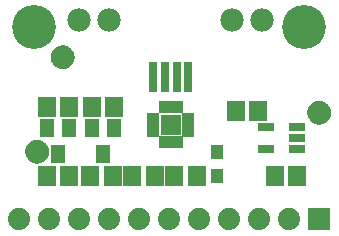
<source format=gbr>
G04 EAGLE Gerber RS-274X export*
G75*
%MOMM*%
%FSLAX34Y34*%
%LPD*%
%INSoldermask Top*%
%IPPOS*%
%AMOC8*
5,1,8,0,0,1.08239X$1,22.5*%
G01*
%ADD10R,1.703200X1.703200*%
%ADD11R,1.003200X0.483200*%
%ADD12R,0.483200X1.003200*%
%ADD13R,1.503200X1.703200*%
%ADD14C,3.719200*%
%ADD15C,1.203200*%
%ADD16C,0.500000*%
%ADD17R,1.203200X1.603200*%
%ADD18R,1.003200X1.203200*%
%ADD19R,1.403200X0.753200*%
%ADD20R,1.879600X1.879600*%
%ADD21C,1.879600*%
%ADD22C,1.981200*%
%ADD23R,0.803200X2.503200*%


D10*
X140970Y101600D03*
D11*
X125970Y109100D03*
X125970Y104100D03*
X125970Y99100D03*
X125970Y94100D03*
D12*
X133470Y86600D03*
X138470Y86600D03*
X143470Y86600D03*
X148470Y86600D03*
D11*
X155970Y94100D03*
X155970Y99100D03*
X155970Y104100D03*
X155970Y109100D03*
D12*
X148470Y116600D03*
X143470Y116600D03*
X138470Y116600D03*
X133470Y116600D03*
D13*
X215240Y113030D03*
X196240Y113030D03*
D14*
X25400Y184150D03*
X254000Y184150D03*
D15*
X49530Y158750D03*
D16*
X49530Y166250D02*
X49349Y166248D01*
X49168Y166241D01*
X48987Y166230D01*
X48806Y166215D01*
X48626Y166195D01*
X48446Y166171D01*
X48267Y166143D01*
X48089Y166110D01*
X47912Y166073D01*
X47735Y166032D01*
X47560Y165987D01*
X47385Y165937D01*
X47212Y165883D01*
X47041Y165825D01*
X46870Y165763D01*
X46702Y165696D01*
X46535Y165626D01*
X46369Y165552D01*
X46206Y165473D01*
X46045Y165391D01*
X45885Y165305D01*
X45728Y165215D01*
X45573Y165121D01*
X45420Y165024D01*
X45270Y164922D01*
X45122Y164818D01*
X44976Y164709D01*
X44834Y164598D01*
X44694Y164482D01*
X44557Y164364D01*
X44422Y164242D01*
X44291Y164117D01*
X44163Y163989D01*
X44038Y163858D01*
X43916Y163723D01*
X43798Y163586D01*
X43682Y163446D01*
X43571Y163304D01*
X43462Y163158D01*
X43358Y163010D01*
X43256Y162860D01*
X43159Y162707D01*
X43065Y162552D01*
X42975Y162395D01*
X42889Y162235D01*
X42807Y162074D01*
X42728Y161911D01*
X42654Y161745D01*
X42584Y161578D01*
X42517Y161410D01*
X42455Y161239D01*
X42397Y161068D01*
X42343Y160895D01*
X42293Y160720D01*
X42248Y160545D01*
X42207Y160368D01*
X42170Y160191D01*
X42137Y160013D01*
X42109Y159834D01*
X42085Y159654D01*
X42065Y159474D01*
X42050Y159293D01*
X42039Y159112D01*
X42032Y158931D01*
X42030Y158750D01*
X49530Y166250D02*
X49711Y166248D01*
X49892Y166241D01*
X50073Y166230D01*
X50254Y166215D01*
X50434Y166195D01*
X50614Y166171D01*
X50793Y166143D01*
X50971Y166110D01*
X51148Y166073D01*
X51325Y166032D01*
X51500Y165987D01*
X51675Y165937D01*
X51848Y165883D01*
X52019Y165825D01*
X52190Y165763D01*
X52358Y165696D01*
X52525Y165626D01*
X52691Y165552D01*
X52854Y165473D01*
X53015Y165391D01*
X53175Y165305D01*
X53332Y165215D01*
X53487Y165121D01*
X53640Y165024D01*
X53790Y164922D01*
X53938Y164818D01*
X54084Y164709D01*
X54226Y164598D01*
X54366Y164482D01*
X54503Y164364D01*
X54638Y164242D01*
X54769Y164117D01*
X54897Y163989D01*
X55022Y163858D01*
X55144Y163723D01*
X55262Y163586D01*
X55378Y163446D01*
X55489Y163304D01*
X55598Y163158D01*
X55702Y163010D01*
X55804Y162860D01*
X55901Y162707D01*
X55995Y162552D01*
X56085Y162395D01*
X56171Y162235D01*
X56253Y162074D01*
X56332Y161911D01*
X56406Y161745D01*
X56476Y161578D01*
X56543Y161410D01*
X56605Y161239D01*
X56663Y161068D01*
X56717Y160895D01*
X56767Y160720D01*
X56812Y160545D01*
X56853Y160368D01*
X56890Y160191D01*
X56923Y160013D01*
X56951Y159834D01*
X56975Y159654D01*
X56995Y159474D01*
X57010Y159293D01*
X57021Y159112D01*
X57028Y158931D01*
X57030Y158750D01*
X57028Y158569D01*
X57021Y158388D01*
X57010Y158207D01*
X56995Y158026D01*
X56975Y157846D01*
X56951Y157666D01*
X56923Y157487D01*
X56890Y157309D01*
X56853Y157132D01*
X56812Y156955D01*
X56767Y156780D01*
X56717Y156605D01*
X56663Y156432D01*
X56605Y156261D01*
X56543Y156090D01*
X56476Y155922D01*
X56406Y155755D01*
X56332Y155589D01*
X56253Y155426D01*
X56171Y155265D01*
X56085Y155105D01*
X55995Y154948D01*
X55901Y154793D01*
X55804Y154640D01*
X55702Y154490D01*
X55598Y154342D01*
X55489Y154196D01*
X55378Y154054D01*
X55262Y153914D01*
X55144Y153777D01*
X55022Y153642D01*
X54897Y153511D01*
X54769Y153383D01*
X54638Y153258D01*
X54503Y153136D01*
X54366Y153018D01*
X54226Y152902D01*
X54084Y152791D01*
X53938Y152682D01*
X53790Y152578D01*
X53640Y152476D01*
X53487Y152379D01*
X53332Y152285D01*
X53175Y152195D01*
X53015Y152109D01*
X52854Y152027D01*
X52691Y151948D01*
X52525Y151874D01*
X52358Y151804D01*
X52190Y151737D01*
X52019Y151675D01*
X51848Y151617D01*
X51675Y151563D01*
X51500Y151513D01*
X51325Y151468D01*
X51148Y151427D01*
X50971Y151390D01*
X50793Y151357D01*
X50614Y151329D01*
X50434Y151305D01*
X50254Y151285D01*
X50073Y151270D01*
X49892Y151259D01*
X49711Y151252D01*
X49530Y151250D01*
X49349Y151252D01*
X49168Y151259D01*
X48987Y151270D01*
X48806Y151285D01*
X48626Y151305D01*
X48446Y151329D01*
X48267Y151357D01*
X48089Y151390D01*
X47912Y151427D01*
X47735Y151468D01*
X47560Y151513D01*
X47385Y151563D01*
X47212Y151617D01*
X47041Y151675D01*
X46870Y151737D01*
X46702Y151804D01*
X46535Y151874D01*
X46369Y151948D01*
X46206Y152027D01*
X46045Y152109D01*
X45885Y152195D01*
X45728Y152285D01*
X45573Y152379D01*
X45420Y152476D01*
X45270Y152578D01*
X45122Y152682D01*
X44976Y152791D01*
X44834Y152902D01*
X44694Y153018D01*
X44557Y153136D01*
X44422Y153258D01*
X44291Y153383D01*
X44163Y153511D01*
X44038Y153642D01*
X43916Y153777D01*
X43798Y153914D01*
X43682Y154054D01*
X43571Y154196D01*
X43462Y154342D01*
X43358Y154490D01*
X43256Y154640D01*
X43159Y154793D01*
X43065Y154948D01*
X42975Y155105D01*
X42889Y155265D01*
X42807Y155426D01*
X42728Y155589D01*
X42654Y155755D01*
X42584Y155922D01*
X42517Y156090D01*
X42455Y156261D01*
X42397Y156432D01*
X42343Y156605D01*
X42293Y156780D01*
X42248Y156955D01*
X42207Y157132D01*
X42170Y157309D01*
X42137Y157487D01*
X42109Y157666D01*
X42085Y157846D01*
X42065Y158026D01*
X42050Y158207D01*
X42039Y158388D01*
X42032Y158569D01*
X42030Y158750D01*
D15*
X266700Y111760D03*
D16*
X266700Y119260D02*
X266519Y119258D01*
X266338Y119251D01*
X266157Y119240D01*
X265976Y119225D01*
X265796Y119205D01*
X265616Y119181D01*
X265437Y119153D01*
X265259Y119120D01*
X265082Y119083D01*
X264905Y119042D01*
X264730Y118997D01*
X264555Y118947D01*
X264382Y118893D01*
X264211Y118835D01*
X264040Y118773D01*
X263872Y118706D01*
X263705Y118636D01*
X263539Y118562D01*
X263376Y118483D01*
X263215Y118401D01*
X263055Y118315D01*
X262898Y118225D01*
X262743Y118131D01*
X262590Y118034D01*
X262440Y117932D01*
X262292Y117828D01*
X262146Y117719D01*
X262004Y117608D01*
X261864Y117492D01*
X261727Y117374D01*
X261592Y117252D01*
X261461Y117127D01*
X261333Y116999D01*
X261208Y116868D01*
X261086Y116733D01*
X260968Y116596D01*
X260852Y116456D01*
X260741Y116314D01*
X260632Y116168D01*
X260528Y116020D01*
X260426Y115870D01*
X260329Y115717D01*
X260235Y115562D01*
X260145Y115405D01*
X260059Y115245D01*
X259977Y115084D01*
X259898Y114921D01*
X259824Y114755D01*
X259754Y114588D01*
X259687Y114420D01*
X259625Y114249D01*
X259567Y114078D01*
X259513Y113905D01*
X259463Y113730D01*
X259418Y113555D01*
X259377Y113378D01*
X259340Y113201D01*
X259307Y113023D01*
X259279Y112844D01*
X259255Y112664D01*
X259235Y112484D01*
X259220Y112303D01*
X259209Y112122D01*
X259202Y111941D01*
X259200Y111760D01*
X266700Y119260D02*
X266881Y119258D01*
X267062Y119251D01*
X267243Y119240D01*
X267424Y119225D01*
X267604Y119205D01*
X267784Y119181D01*
X267963Y119153D01*
X268141Y119120D01*
X268318Y119083D01*
X268495Y119042D01*
X268670Y118997D01*
X268845Y118947D01*
X269018Y118893D01*
X269189Y118835D01*
X269360Y118773D01*
X269528Y118706D01*
X269695Y118636D01*
X269861Y118562D01*
X270024Y118483D01*
X270185Y118401D01*
X270345Y118315D01*
X270502Y118225D01*
X270657Y118131D01*
X270810Y118034D01*
X270960Y117932D01*
X271108Y117828D01*
X271254Y117719D01*
X271396Y117608D01*
X271536Y117492D01*
X271673Y117374D01*
X271808Y117252D01*
X271939Y117127D01*
X272067Y116999D01*
X272192Y116868D01*
X272314Y116733D01*
X272432Y116596D01*
X272548Y116456D01*
X272659Y116314D01*
X272768Y116168D01*
X272872Y116020D01*
X272974Y115870D01*
X273071Y115717D01*
X273165Y115562D01*
X273255Y115405D01*
X273341Y115245D01*
X273423Y115084D01*
X273502Y114921D01*
X273576Y114755D01*
X273646Y114588D01*
X273713Y114420D01*
X273775Y114249D01*
X273833Y114078D01*
X273887Y113905D01*
X273937Y113730D01*
X273982Y113555D01*
X274023Y113378D01*
X274060Y113201D01*
X274093Y113023D01*
X274121Y112844D01*
X274145Y112664D01*
X274165Y112484D01*
X274180Y112303D01*
X274191Y112122D01*
X274198Y111941D01*
X274200Y111760D01*
X274198Y111579D01*
X274191Y111398D01*
X274180Y111217D01*
X274165Y111036D01*
X274145Y110856D01*
X274121Y110676D01*
X274093Y110497D01*
X274060Y110319D01*
X274023Y110142D01*
X273982Y109965D01*
X273937Y109790D01*
X273887Y109615D01*
X273833Y109442D01*
X273775Y109271D01*
X273713Y109100D01*
X273646Y108932D01*
X273576Y108765D01*
X273502Y108599D01*
X273423Y108436D01*
X273341Y108275D01*
X273255Y108115D01*
X273165Y107958D01*
X273071Y107803D01*
X272974Y107650D01*
X272872Y107500D01*
X272768Y107352D01*
X272659Y107206D01*
X272548Y107064D01*
X272432Y106924D01*
X272314Y106787D01*
X272192Y106652D01*
X272067Y106521D01*
X271939Y106393D01*
X271808Y106268D01*
X271673Y106146D01*
X271536Y106028D01*
X271396Y105912D01*
X271254Y105801D01*
X271108Y105692D01*
X270960Y105588D01*
X270810Y105486D01*
X270657Y105389D01*
X270502Y105295D01*
X270345Y105205D01*
X270185Y105119D01*
X270024Y105037D01*
X269861Y104958D01*
X269695Y104884D01*
X269528Y104814D01*
X269360Y104747D01*
X269189Y104685D01*
X269018Y104627D01*
X268845Y104573D01*
X268670Y104523D01*
X268495Y104478D01*
X268318Y104437D01*
X268141Y104400D01*
X267963Y104367D01*
X267784Y104339D01*
X267604Y104315D01*
X267424Y104295D01*
X267243Y104280D01*
X267062Y104269D01*
X266881Y104262D01*
X266700Y104260D01*
X266519Y104262D01*
X266338Y104269D01*
X266157Y104280D01*
X265976Y104295D01*
X265796Y104315D01*
X265616Y104339D01*
X265437Y104367D01*
X265259Y104400D01*
X265082Y104437D01*
X264905Y104478D01*
X264730Y104523D01*
X264555Y104573D01*
X264382Y104627D01*
X264211Y104685D01*
X264040Y104747D01*
X263872Y104814D01*
X263705Y104884D01*
X263539Y104958D01*
X263376Y105037D01*
X263215Y105119D01*
X263055Y105205D01*
X262898Y105295D01*
X262743Y105389D01*
X262590Y105486D01*
X262440Y105588D01*
X262292Y105692D01*
X262146Y105801D01*
X262004Y105912D01*
X261864Y106028D01*
X261727Y106146D01*
X261592Y106268D01*
X261461Y106393D01*
X261333Y106521D01*
X261208Y106652D01*
X261086Y106787D01*
X260968Y106924D01*
X260852Y107064D01*
X260741Y107206D01*
X260632Y107352D01*
X260528Y107500D01*
X260426Y107650D01*
X260329Y107803D01*
X260235Y107958D01*
X260145Y108115D01*
X260059Y108275D01*
X259977Y108436D01*
X259898Y108599D01*
X259824Y108765D01*
X259754Y108932D01*
X259687Y109100D01*
X259625Y109271D01*
X259567Y109442D01*
X259513Y109615D01*
X259463Y109790D01*
X259418Y109965D01*
X259377Y110142D01*
X259340Y110319D01*
X259307Y110497D01*
X259279Y110676D01*
X259255Y110856D01*
X259235Y111036D01*
X259220Y111217D01*
X259209Y111398D01*
X259202Y111579D01*
X259200Y111760D01*
D17*
X45720Y76630D03*
X36220Y98630D03*
X55220Y98630D03*
X83820Y76630D03*
X74320Y98630D03*
X93320Y98630D03*
D13*
X73050Y58420D03*
X92050Y58420D03*
X55220Y58420D03*
X36220Y58420D03*
X55220Y116840D03*
X36220Y116840D03*
X74320Y116840D03*
X93320Y116840D03*
D18*
X180340Y58580D03*
X180340Y78580D03*
D13*
X248260Y58420D03*
X229260Y58420D03*
D19*
X247951Y80670D03*
X247951Y90170D03*
X247951Y99670D03*
X221949Y99670D03*
X221949Y80670D03*
D13*
X163170Y58420D03*
X144170Y58420D03*
X127610Y58420D03*
X108610Y58420D03*
D20*
X266700Y21590D03*
D21*
X241300Y21590D03*
X215900Y21590D03*
X190500Y21590D03*
X165100Y21590D03*
X139700Y21590D03*
X114300Y21590D03*
X88900Y21590D03*
X63500Y21590D03*
X38100Y21590D03*
X12700Y21590D03*
D22*
X218440Y190500D03*
X193040Y190500D03*
X63500Y190500D03*
X88900Y190500D03*
D23*
X155970Y141940D03*
X145970Y141940D03*
X135970Y141940D03*
X125970Y141940D03*
D15*
X27940Y78740D03*
D16*
X27940Y86240D02*
X27759Y86238D01*
X27578Y86231D01*
X27397Y86220D01*
X27216Y86205D01*
X27036Y86185D01*
X26856Y86161D01*
X26677Y86133D01*
X26499Y86100D01*
X26322Y86063D01*
X26145Y86022D01*
X25970Y85977D01*
X25795Y85927D01*
X25622Y85873D01*
X25451Y85815D01*
X25280Y85753D01*
X25112Y85686D01*
X24945Y85616D01*
X24779Y85542D01*
X24616Y85463D01*
X24455Y85381D01*
X24295Y85295D01*
X24138Y85205D01*
X23983Y85111D01*
X23830Y85014D01*
X23680Y84912D01*
X23532Y84808D01*
X23386Y84699D01*
X23244Y84588D01*
X23104Y84472D01*
X22967Y84354D01*
X22832Y84232D01*
X22701Y84107D01*
X22573Y83979D01*
X22448Y83848D01*
X22326Y83713D01*
X22208Y83576D01*
X22092Y83436D01*
X21981Y83294D01*
X21872Y83148D01*
X21768Y83000D01*
X21666Y82850D01*
X21569Y82697D01*
X21475Y82542D01*
X21385Y82385D01*
X21299Y82225D01*
X21217Y82064D01*
X21138Y81901D01*
X21064Y81735D01*
X20994Y81568D01*
X20927Y81400D01*
X20865Y81229D01*
X20807Y81058D01*
X20753Y80885D01*
X20703Y80710D01*
X20658Y80535D01*
X20617Y80358D01*
X20580Y80181D01*
X20547Y80003D01*
X20519Y79824D01*
X20495Y79644D01*
X20475Y79464D01*
X20460Y79283D01*
X20449Y79102D01*
X20442Y78921D01*
X20440Y78740D01*
X27940Y86240D02*
X28121Y86238D01*
X28302Y86231D01*
X28483Y86220D01*
X28664Y86205D01*
X28844Y86185D01*
X29024Y86161D01*
X29203Y86133D01*
X29381Y86100D01*
X29558Y86063D01*
X29735Y86022D01*
X29910Y85977D01*
X30085Y85927D01*
X30258Y85873D01*
X30429Y85815D01*
X30600Y85753D01*
X30768Y85686D01*
X30935Y85616D01*
X31101Y85542D01*
X31264Y85463D01*
X31425Y85381D01*
X31585Y85295D01*
X31742Y85205D01*
X31897Y85111D01*
X32050Y85014D01*
X32200Y84912D01*
X32348Y84808D01*
X32494Y84699D01*
X32636Y84588D01*
X32776Y84472D01*
X32913Y84354D01*
X33048Y84232D01*
X33179Y84107D01*
X33307Y83979D01*
X33432Y83848D01*
X33554Y83713D01*
X33672Y83576D01*
X33788Y83436D01*
X33899Y83294D01*
X34008Y83148D01*
X34112Y83000D01*
X34214Y82850D01*
X34311Y82697D01*
X34405Y82542D01*
X34495Y82385D01*
X34581Y82225D01*
X34663Y82064D01*
X34742Y81901D01*
X34816Y81735D01*
X34886Y81568D01*
X34953Y81400D01*
X35015Y81229D01*
X35073Y81058D01*
X35127Y80885D01*
X35177Y80710D01*
X35222Y80535D01*
X35263Y80358D01*
X35300Y80181D01*
X35333Y80003D01*
X35361Y79824D01*
X35385Y79644D01*
X35405Y79464D01*
X35420Y79283D01*
X35431Y79102D01*
X35438Y78921D01*
X35440Y78740D01*
X35438Y78559D01*
X35431Y78378D01*
X35420Y78197D01*
X35405Y78016D01*
X35385Y77836D01*
X35361Y77656D01*
X35333Y77477D01*
X35300Y77299D01*
X35263Y77122D01*
X35222Y76945D01*
X35177Y76770D01*
X35127Y76595D01*
X35073Y76422D01*
X35015Y76251D01*
X34953Y76080D01*
X34886Y75912D01*
X34816Y75745D01*
X34742Y75579D01*
X34663Y75416D01*
X34581Y75255D01*
X34495Y75095D01*
X34405Y74938D01*
X34311Y74783D01*
X34214Y74630D01*
X34112Y74480D01*
X34008Y74332D01*
X33899Y74186D01*
X33788Y74044D01*
X33672Y73904D01*
X33554Y73767D01*
X33432Y73632D01*
X33307Y73501D01*
X33179Y73373D01*
X33048Y73248D01*
X32913Y73126D01*
X32776Y73008D01*
X32636Y72892D01*
X32494Y72781D01*
X32348Y72672D01*
X32200Y72568D01*
X32050Y72466D01*
X31897Y72369D01*
X31742Y72275D01*
X31585Y72185D01*
X31425Y72099D01*
X31264Y72017D01*
X31101Y71938D01*
X30935Y71864D01*
X30768Y71794D01*
X30600Y71727D01*
X30429Y71665D01*
X30258Y71607D01*
X30085Y71553D01*
X29910Y71503D01*
X29735Y71458D01*
X29558Y71417D01*
X29381Y71380D01*
X29203Y71347D01*
X29024Y71319D01*
X28844Y71295D01*
X28664Y71275D01*
X28483Y71260D01*
X28302Y71249D01*
X28121Y71242D01*
X27940Y71240D01*
X27759Y71242D01*
X27578Y71249D01*
X27397Y71260D01*
X27216Y71275D01*
X27036Y71295D01*
X26856Y71319D01*
X26677Y71347D01*
X26499Y71380D01*
X26322Y71417D01*
X26145Y71458D01*
X25970Y71503D01*
X25795Y71553D01*
X25622Y71607D01*
X25451Y71665D01*
X25280Y71727D01*
X25112Y71794D01*
X24945Y71864D01*
X24779Y71938D01*
X24616Y72017D01*
X24455Y72099D01*
X24295Y72185D01*
X24138Y72275D01*
X23983Y72369D01*
X23830Y72466D01*
X23680Y72568D01*
X23532Y72672D01*
X23386Y72781D01*
X23244Y72892D01*
X23104Y73008D01*
X22967Y73126D01*
X22832Y73248D01*
X22701Y73373D01*
X22573Y73501D01*
X22448Y73632D01*
X22326Y73767D01*
X22208Y73904D01*
X22092Y74044D01*
X21981Y74186D01*
X21872Y74332D01*
X21768Y74480D01*
X21666Y74630D01*
X21569Y74783D01*
X21475Y74938D01*
X21385Y75095D01*
X21299Y75255D01*
X21217Y75416D01*
X21138Y75579D01*
X21064Y75745D01*
X20994Y75912D01*
X20927Y76080D01*
X20865Y76251D01*
X20807Y76422D01*
X20753Y76595D01*
X20703Y76770D01*
X20658Y76945D01*
X20617Y77122D01*
X20580Y77299D01*
X20547Y77477D01*
X20519Y77656D01*
X20495Y77836D01*
X20475Y78016D01*
X20460Y78197D01*
X20449Y78378D01*
X20442Y78559D01*
X20440Y78740D01*
M02*

</source>
